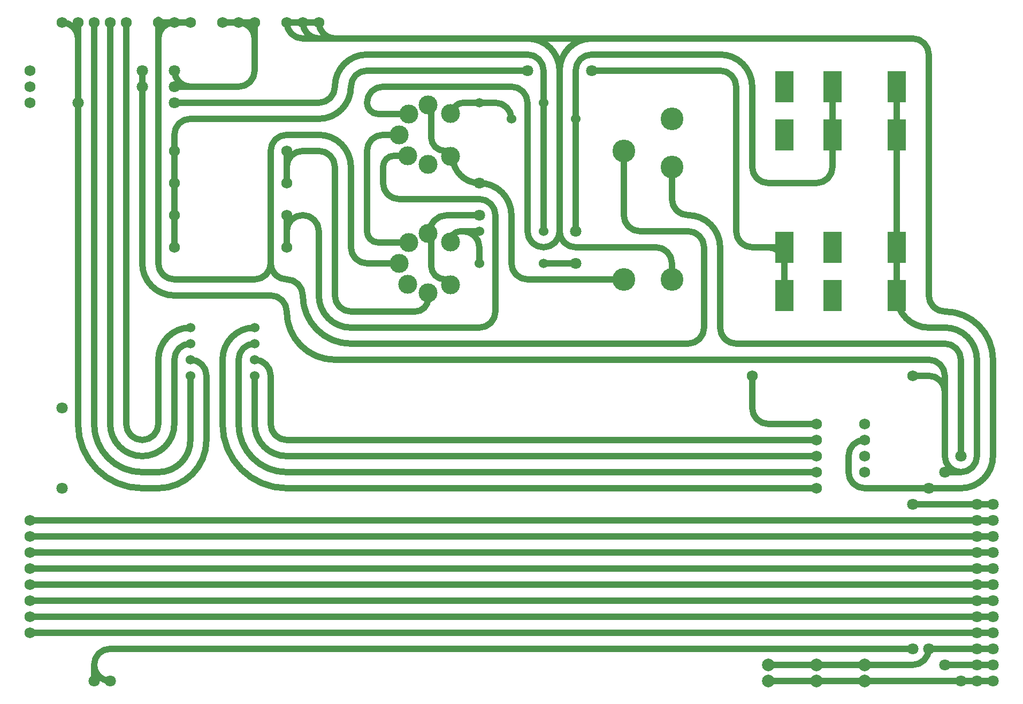
<source format=gbr>
G04 DesignSpark PCB Gerber Version 12.0 Build 5941*
G04 #@! TF.Part,Single*
G04 #@! TF.FileFunction,Copper,L2,Bot*
G04 #@! TF.FilePolarity,Positive*
%FSLAX35Y35*%
%MOIN*%
G04 #@! TA.AperFunction,WasherPad*
%ADD14R,0.11811X0.19685*%
G04 #@! TD.AperFunction*
%ADD10C,0.03937*%
G04 #@! TA.AperFunction,ComponentPad*
%ADD16C,0.06000*%
G04 #@! TA.AperFunction,WasherPad*
%ADD11C,0.06890*%
%ADD12C,0.07087*%
G04 #@! TA.AperFunction,ComponentPad*
%ADD17C,0.07874*%
G04 #@! TA.AperFunction,WasherPad*
%ADD13C,0.11811*%
%ADD15C,0.14173*%
G04 #@! TD.AperFunction*
X0Y0D02*
D02*
D10*
X20250Y70250D02*
X610250D01*
X20250Y100250D02*
X610250D01*
X20250Y120250D02*
X610250D01*
X50250Y420250D02*
G75*
G03*
X40250Y430250I-10000J0D01*
G01*
X50250Y420250D02*
Y180250D01*
G75*
G03*
X90250Y140250I40000J0D01*
G01*
X100250D01*
G75*
G03*
X130250Y170250I0J30000D01*
G01*
Y210250D01*
G75*
G03*
X120250Y220250I-10000J0D01*
G01*
X50250Y430250D02*
Y420250D01*
X60250Y20250D02*
Y30250D01*
G75*
G02*
X70250Y40250I10000J0D01*
G01*
X570250D01*
X60250Y430250D02*
Y180250D01*
G75*
G03*
X90250Y150250I30000J0D01*
G01*
X100250D01*
G75*
G03*
X120250Y170250I0J20000D01*
G01*
Y210250D01*
X70250Y20250D02*
G75*
G02*
X60250Y30250I0J10000D01*
G01*
X70250Y430250D02*
Y180250D01*
G75*
G03*
X90250Y160250I20000J0D01*
G01*
G75*
G03*
X110250Y180250I0J20000D01*
G01*
Y220250D01*
G75*
G02*
X120250Y230250I10000J0D01*
G01*
X80250Y430250D02*
Y180250D01*
G75*
G03*
X90250Y170250I10000J0D01*
G01*
G75*
G03*
X100250Y180250I0J10000D01*
G01*
Y220250D01*
G75*
G02*
X120250Y240250I20000J0D01*
G01*
X90250Y390250D02*
Y280250D01*
G75*
G03*
X110250Y260250I20000J0D01*
G01*
X170250D01*
G75*
G02*
X180250Y250250I0J-10000D01*
G01*
G75*
G03*
X210250Y220250I30000J0D01*
G01*
X580250D01*
G75*
G02*
X590250Y210250I0J-10000D01*
G01*
Y200250D01*
X90250Y400250D02*
Y390250D01*
X100250Y420250D02*
Y280250D01*
G75*
G03*
X110250Y270250I10000J0D01*
G01*
X160250D01*
G75*
G03*
X170250Y280250I0J10000D01*
G01*
X100250Y430250D02*
Y420250D01*
Y430250D02*
X110250D01*
Y290250D02*
Y310250D01*
Y330250D01*
Y350250D01*
Y380250D02*
X200250D01*
G75*
G03*
X210250Y390250I0J10000D01*
G01*
G75*
G02*
X230250Y410250I20000J0D01*
G01*
X330250D01*
G75*
G02*
X340250Y400250I0J-10000D01*
G01*
X110250Y390250D02*
X120250D01*
X110250Y430250D02*
G75*
G03*
X100250Y420250I0J-10000D01*
G01*
X110250Y430250D02*
X101746D01*
G75*
G02*
X100250Y431746I0J1496D01*
G01*
Y430250D01*
X110250D02*
X120250D01*
Y390250D02*
G75*
G02*
X110250Y400250I0J10000D01*
G01*
X140250Y430250D02*
X150250D01*
G75*
G02*
X160250Y420250I0J-10000D01*
G01*
X150250Y430250D02*
X160250D01*
Y230250D02*
G75*
G03*
X150250Y220250I0J-10000D01*
G01*
Y180250D01*
G75*
G03*
X180250Y150250I30000J0D01*
G01*
X510250D01*
X160250Y420250D02*
Y400250D01*
G75*
G02*
X150250Y390250I-10000J0D01*
G01*
X120250D01*
X160250Y430250D02*
Y420250D01*
X170250Y280250D02*
G75*
G03*
X180250Y270250I10000J0D01*
G01*
G75*
G02*
X190250Y260250I0J-10000D01*
G01*
G75*
G03*
X220250Y230250I30000J0D01*
G01*
X430250D01*
G75*
G03*
X440250Y240250I0J10000D01*
G01*
Y290250D01*
G75*
G03*
X430250Y300250I-10000J0D01*
G01*
X400250D01*
G75*
G02*
X390250Y310250I0J10000D01*
G01*
Y350250D01*
X180250Y300250D02*
Y290250D01*
Y310250D02*
Y300250D01*
Y330250D02*
Y340250D01*
Y350250D01*
Y430250D02*
X190250D01*
X200250Y420250D02*
X190250D01*
G75*
G02*
X180250Y430250I0J10000D01*
G01*
X200250Y420250D02*
G75*
G02*
X190250Y430250I0J10000D01*
G01*
X200250D02*
G75*
G03*
X210250Y420250I10000J0D01*
G01*
X200250Y430250D02*
X190250D01*
X210250Y420250D02*
X200250D01*
X210250D02*
X330250D01*
X250250Y280250D02*
X230250D01*
G75*
G02*
X220250Y290250I0J10000D01*
G01*
Y340250D01*
G75*
G03*
X200250Y360250I-20000J0D01*
G01*
X180250D01*
G75*
G03*
X170250Y350250I0J-10000D01*
G01*
Y280250D01*
X255762Y347258D02*
X247258D01*
G75*
G03*
X240250Y340250I0J-7008D01*
G01*
Y330250D01*
G75*
G03*
X250250Y320250I10000J0D01*
G01*
X300250D01*
G75*
G02*
X310250Y310250I0J-10000D01*
G01*
Y250250D01*
G75*
G02*
X300250Y240250I-10000J0D01*
G01*
X220250D01*
G75*
G02*
X200250Y260250I0J20000D01*
G01*
Y300250D01*
G75*
G03*
X190250Y310250I-10000J0D01*
G01*
G75*
G03*
X180250Y300250I0J-10000D01*
G01*
X256156Y293242D02*
X237258D01*
G75*
G02*
X230250Y300250I0J7008D01*
G01*
Y350250D01*
G75*
G02*
X240250Y360250I10000J0D01*
G01*
X250250D01*
X256156Y373242D02*
X237258D01*
G75*
G02*
X230250Y380250I0J7008D01*
G01*
G75*
G02*
X240250Y390250I10000J0D01*
G01*
X320250D01*
G75*
G02*
X330250Y380250I0J-10000D01*
G01*
Y300250D01*
G75*
G03*
X340250Y290250I10000J0D01*
G01*
G75*
G03*
X350250Y300250I0J10000D01*
G01*
X268360Y261746D02*
Y258360D01*
G75*
G02*
X260250Y250250I-8110J0D01*
G01*
X220250D01*
G75*
G02*
X210250Y260250I0J10000D01*
G01*
Y340250D01*
G75*
G03*
X200250Y350250I-10000J0D01*
G01*
X190250D01*
G75*
G03*
X180250Y340250I0J-10000D01*
G01*
X268360Y298754D02*
X268754D01*
G75*
G02*
X280250Y310250I11496J0D01*
G01*
X300250D01*
X268360Y298754D02*
X270250D01*
Y278754D01*
G75*
G03*
X278754Y270250I8504J0D01*
G01*
X280250D01*
X282140Y268360D01*
Y266864D01*
X268360Y378754D02*
X270250D01*
Y358754D01*
G75*
G03*
X278754Y350250I8504J0D01*
G01*
X280250D01*
X282140Y348360D01*
Y346864D01*
X283636D01*
G75*
G03*
X300250Y330250I16614J0D01*
G01*
X282140Y373636D02*
X283636D01*
G75*
G02*
X290250Y380250I6614J0D01*
G01*
X300250D01*
X290250Y300250D02*
X288754D01*
G75*
G03*
X282140Y293636I0J-6614D01*
G01*
X300250Y280250D02*
Y290250D01*
G75*
G03*
X290250Y300250I-10000J0D01*
G01*
X300250D02*
X290250D01*
X320250Y370250D02*
G75*
G03*
X310250Y380250I-10000J0D01*
G01*
X300250D01*
X330250Y400250D02*
X230250D01*
G75*
G03*
X220250Y390250I0J-10000D01*
G01*
G75*
G02*
X200250Y370250I-20000J0D01*
G01*
X120250D01*
G75*
G03*
X110250Y360250I0J-10000D01*
G01*
Y350250D01*
X330250Y420250D02*
X370250D01*
X330250D02*
G75*
G02*
X350250Y400250I0J-20000D01*
G01*
X340250Y280250D02*
X360250D01*
X340250Y300250D02*
Y380250D01*
Y400250D01*
X350250Y300250D02*
Y400250D01*
G75*
G02*
X370250Y420250I20000J0D01*
G01*
X360250Y300250D02*
Y370250D01*
Y400250D01*
G75*
G02*
X370250Y410250I10000J0D01*
G01*
X450250D01*
G75*
G02*
X470250Y390250I0J-20000D01*
G01*
Y340250D01*
G75*
G03*
X480250Y330250I10000J0D01*
G01*
X510250D01*
G75*
G03*
X520250Y340250I0J10000D01*
G01*
Y360250D01*
X370250Y400250D02*
X450250D01*
G75*
G02*
X460250Y390250I0J-10000D01*
G01*
Y300250D01*
G75*
G03*
X470250Y290250I10000J0D01*
G01*
X480250D01*
X370250Y420250D02*
X570250D01*
G75*
G02*
X580250Y410250I0J-10000D01*
G01*
Y260250D01*
G75*
G03*
X590250Y250250I10000J0D01*
G01*
G75*
G02*
X620250Y220250I0J-30000D01*
G01*
Y160250D01*
G75*
G02*
X600250Y140250I-20000J0D01*
G01*
X580250D01*
X390250Y270250D02*
X330250D01*
G75*
G02*
X320250Y280250I0J10000D01*
G01*
Y310250D01*
G75*
G03*
X300250Y330250I-20000J0D01*
G01*
X420250Y270250D02*
Y280250D01*
G75*
G03*
X410250Y290250I-10000J0D01*
G01*
X360250D01*
G75*
G02*
X350250Y300250I0J10000D01*
G01*
X420250Y340250D02*
Y320250D01*
G75*
G03*
X430250Y310250I10000J0D01*
G01*
G75*
G02*
X450250Y290250I0J-20000D01*
G01*
Y240250D01*
G75*
G03*
X460250Y230250I10000J0D01*
G01*
X590250D01*
G75*
G02*
X600250Y220250I0J-10000D01*
G01*
Y160250D01*
X480250Y20250D02*
X510250D01*
X480250Y290250D02*
G75*
G02*
X490250Y280250I0J-10000D01*
G01*
X480250Y290250D02*
X490250D01*
Y260250D02*
Y280250D01*
Y290250D01*
X510250Y20250D02*
X540250D01*
X510250Y30250D02*
X480250D01*
X510250Y140250D02*
X180250D01*
G75*
G02*
X140250Y180250I0J40000D01*
G01*
Y220250D01*
G75*
G02*
X160250Y240250I20000J0D01*
G01*
X510250Y160250D02*
X180250D01*
G75*
G02*
X160250Y180250I0J20000D01*
G01*
Y210250D01*
X510250Y170250D02*
X180250D01*
G75*
G02*
X170250Y180250I0J10000D01*
G01*
Y210250D01*
G75*
G03*
X160250Y220250I-10000J0D01*
G01*
X510250Y180250D02*
X480250D01*
G75*
G02*
X470250Y190250I0J10000D01*
G01*
Y210250D01*
X520250Y390250D02*
Y360250D01*
X540250Y20250D02*
X600250D01*
X540250Y30250D02*
X510250D01*
X560250Y260250D02*
Y290250D01*
Y260250D02*
G75*
G03*
X580250Y240250I20000J0D01*
G01*
X590250D01*
G75*
G02*
X610250Y220250I0J-20000D01*
G01*
Y160250D01*
G75*
G02*
X600250Y150250I-10000J0D01*
G01*
X560250Y290250D02*
Y360250D01*
Y390250D01*
X570250Y130250D02*
X610250D01*
X570250Y210250D02*
X580250D01*
G75*
G02*
X590250Y200250I0J-10000D01*
G01*
X580250Y40250D02*
G75*
G02*
X570250Y30250I-10000J0D01*
G01*
X540250D01*
X580250Y40250D02*
X610250D01*
X580250Y140250D02*
X540250D01*
G75*
G02*
X530250Y150250I0J10000D01*
G01*
Y160250D01*
G75*
G02*
X540250Y170250I10000J0D01*
G01*
X590250Y150250D02*
X600250D01*
X590250Y200250D02*
Y160250D01*
G75*
G03*
X600250Y150250I10000J0D01*
G01*
Y20250D02*
X610250D01*
X620250D01*
X610250Y30250D02*
X590250D01*
X610250Y40250D02*
X620250D01*
X610250Y50250D02*
X20250D01*
X610250Y60250D02*
X20250D01*
X610250D02*
X620250D01*
X610250Y80250D02*
X20250D01*
X610250Y90250D02*
X20250D01*
X610250D02*
X620250D01*
X610250Y110250D02*
X20250D01*
X610250D02*
X620250D01*
Y30250D02*
X610250D01*
X620250Y50250D02*
X610250D01*
X620250Y70250D02*
X610250D01*
X620250Y80250D02*
X610250D01*
X620250Y100250D02*
X610250D01*
X620250Y120250D02*
X610250D01*
X620250Y130250D02*
X610250D01*
D02*
D11*
X20250Y50250D03*
Y60250D03*
Y70250D03*
Y80250D03*
Y90250D03*
Y100250D03*
Y110250D03*
Y120250D03*
Y380250D03*
Y390250D03*
Y400250D03*
X40250Y430250D03*
X50250D03*
X60250D03*
X70250D03*
X80250D03*
X100250D03*
X110250Y290250D03*
Y310250D03*
Y330250D03*
Y350250D03*
Y430250D03*
X120250D03*
X140250D03*
X150250D03*
X160250D03*
X180250Y290250D03*
Y310250D03*
Y330250D03*
Y350250D03*
Y430250D03*
X190250D03*
X200250D03*
X470250Y210250D03*
X510250Y140250D03*
Y150250D03*
Y160250D03*
Y170250D03*
Y180250D03*
X540250Y150250D03*
Y160250D03*
Y170250D03*
Y180250D03*
X570250Y210250D03*
D02*
D12*
X40250Y140250D03*
Y190250D03*
X50250Y380250D03*
X60250Y20250D03*
X70250D03*
X90250Y390250D03*
Y400250D03*
X110250Y380250D03*
Y390250D03*
Y400250D03*
X300250Y310250D03*
Y330250D03*
X330250Y400250D03*
X360250Y280250D03*
Y300250D03*
X370250Y400250D03*
X570250Y40250D03*
Y130250D03*
X580250Y40250D03*
Y140250D03*
X590250Y30250D03*
Y150250D03*
X600250Y20250D03*
Y160250D03*
X610250Y20250D03*
Y30250D03*
Y40250D03*
Y50250D03*
Y60250D03*
Y70250D03*
Y80250D03*
Y90250D03*
Y100250D03*
Y110250D03*
Y120250D03*
Y130250D03*
X620250Y20250D03*
Y30250D03*
Y40250D03*
Y50250D03*
Y60250D03*
Y70250D03*
Y80250D03*
Y90250D03*
Y100250D03*
Y110250D03*
Y120250D03*
Y130250D03*
D02*
D13*
X250250Y280250D03*
Y360250D03*
X255762Y267258D03*
Y347258D03*
X256156Y293242D03*
Y373242D03*
X268360Y261746D03*
Y298754D03*
Y341746D03*
Y378754D03*
X282140Y266864D03*
Y293636D03*
Y346864D03*
Y373636D03*
D02*
D14*
X490250Y260250D03*
Y290250D03*
Y360250D03*
Y390250D03*
X520250Y260250D03*
Y290250D03*
Y360250D03*
Y390250D03*
X560250Y260250D03*
Y290250D03*
Y360250D03*
Y390250D03*
D02*
D15*
X390250Y270250D03*
Y350250D03*
X420250Y270250D03*
Y340250D03*
Y370250D03*
D02*
D16*
X120250Y210250D03*
Y220250D03*
Y230250D03*
Y240250D03*
X160250Y210250D03*
Y220250D03*
Y230250D03*
Y240250D03*
X300250Y280250D03*
Y300250D03*
Y380250D03*
X320250Y370250D03*
X340250Y280250D03*
Y300250D03*
Y380250D03*
X360250Y370250D03*
D02*
D17*
X480250Y20250D03*
Y30250D03*
X510250Y20250D03*
Y30250D03*
X540250Y20250D03*
Y30250D03*
X0Y0D02*
M02*

</source>
